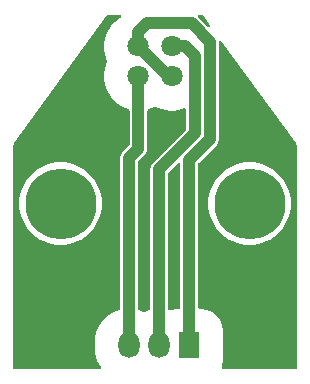
<source format=gbr>
G04 #@! TF.GenerationSoftware,KiCad,Pcbnew,8.0.6-1.fc40*
G04 #@! TF.CreationDate,2024-11-28T14:20:37+01:00*
G04 #@! TF.ProjectId,cny_but2,636e795f-6275-4743-922e-6b696361645f,rev?*
G04 #@! TF.SameCoordinates,Original*
G04 #@! TF.FileFunction,Copper,L2,Bot*
G04 #@! TF.FilePolarity,Positive*
%FSLAX46Y46*%
G04 Gerber Fmt 4.6, Leading zero omitted, Abs format (unit mm)*
G04 Created by KiCad (PCBNEW 8.0.6-1.fc40) date 2024-11-28 14:20:37*
%MOMM*%
%LPD*%
G01*
G04 APERTURE LIST*
G04 #@! TA.AperFunction,ComponentPad*
%ADD10C,1.800000*%
G04 #@! TD*
G04 #@! TA.AperFunction,ComponentPad*
%ADD11R,1.800000X2.200000*%
G04 #@! TD*
G04 #@! TA.AperFunction,ComponentPad*
%ADD12O,1.800000X2.200000*%
G04 #@! TD*
G04 #@! TA.AperFunction,ViaPad*
%ADD13C,6.000000*%
G04 #@! TD*
G04 #@! TA.AperFunction,Conductor*
%ADD14C,1.000000*%
G04 #@! TD*
G04 APERTURE END LIST*
D10*
X131600000Y-65700000D03*
X131600000Y-68240000D03*
X134400000Y-68240000D03*
X134400000Y-65700000D03*
D11*
X135880000Y-91000000D03*
D12*
X133340000Y-91000000D03*
X130800000Y-91000000D03*
D13*
X141000000Y-79000000D03*
X125000000Y-79000000D03*
D14*
X136100000Y-63740000D02*
X137650000Y-65290000D01*
X132300000Y-63740000D02*
X136100000Y-63740000D01*
X135900000Y-75307766D02*
X135900000Y-90980000D01*
X131600000Y-65700000D02*
X131600000Y-64440000D01*
X137650000Y-65290000D02*
X137650000Y-73557766D01*
X131600000Y-64440000D02*
X132300000Y-63740000D01*
X136400000Y-66540000D02*
X135560000Y-65700000D01*
X130800000Y-91000000D02*
X130800000Y-75140000D01*
X137650000Y-73557766D02*
X135900000Y-75307766D01*
X135900000Y-90980000D02*
X135880000Y-91000000D01*
X131600000Y-74340000D02*
X131600000Y-68240000D01*
X133340000Y-91000000D02*
X133340000Y-76100000D01*
X133340000Y-76100000D02*
X136400000Y-73040000D01*
X136400000Y-73040000D02*
X136400000Y-66540000D01*
X135560000Y-65700000D02*
X134400000Y-65700000D01*
X130800000Y-75140000D02*
X131600000Y-74340000D01*
X134400000Y-68240000D02*
X134140000Y-68240000D01*
X134140000Y-68240000D02*
X131600000Y-65700000D01*
G04 #@! TA.AperFunction,NonConductor*
G36*
X137003896Y-63019685D02*
G01*
X137037138Y-63051065D01*
X137605410Y-63832438D01*
X137613476Y-63843529D01*
X137636987Y-63909324D01*
X137621195Y-63977385D01*
X137571112Y-64026104D01*
X137502641Y-64040012D01*
X137437520Y-64014694D01*
X137425512Y-64004143D01*
X136633050Y-63211681D01*
X136599565Y-63150358D01*
X136604549Y-63080666D01*
X136646421Y-63024733D01*
X136711885Y-63000316D01*
X136720731Y-63000000D01*
X136936857Y-63000000D01*
X137003896Y-63019685D01*
G37*
G04 #@! TD.AperFunction*
G04 #@! TA.AperFunction,NonConductor*
G36*
X135068834Y-75535047D02*
G01*
X135124767Y-75576919D01*
X135149184Y-75642383D01*
X135149500Y-75651229D01*
X135149500Y-87775500D01*
X135129815Y-87842539D01*
X135077011Y-87888294D01*
X135025500Y-87899500D01*
X134908549Y-87899500D01*
X134694566Y-87914804D01*
X134414952Y-87975631D01*
X134280473Y-88025789D01*
X134210782Y-88030773D01*
X134196181Y-88026647D01*
X134173541Y-88018724D01*
X134116767Y-87978000D01*
X134091022Y-87913047D01*
X134090500Y-87901684D01*
X134090500Y-76462229D01*
X134110185Y-76395190D01*
X134126819Y-76374548D01*
X134937819Y-75563548D01*
X134999142Y-75530063D01*
X135068834Y-75535047D01*
G37*
G04 #@! TD.AperFunction*
G04 #@! TA.AperFunction,NonConductor*
G36*
X133055648Y-70810582D02*
G01*
X133249224Y-70907800D01*
X133566717Y-71023358D01*
X133895480Y-71101276D01*
X134231065Y-71140500D01*
X134231072Y-71140500D01*
X134568928Y-71140500D01*
X134568935Y-71140500D01*
X134904520Y-71101276D01*
X135233283Y-71023358D01*
X135483092Y-70932434D01*
X135552818Y-70928004D01*
X135613874Y-70961974D01*
X135646871Y-71023561D01*
X135649500Y-71048957D01*
X135649500Y-72677770D01*
X135629815Y-72744809D01*
X135613181Y-72765451D01*
X132757047Y-75621584D01*
X132757045Y-75621586D01*
X132729204Y-75663257D01*
X132729202Y-75663260D01*
X132674914Y-75744507D01*
X132618343Y-75881082D01*
X132618340Y-75881092D01*
X132589500Y-76026079D01*
X132589500Y-87901685D01*
X132569815Y-87968724D01*
X132517011Y-88014479D01*
X132506455Y-88018726D01*
X132228274Y-88116066D01*
X132123802Y-88166378D01*
X132054861Y-88177730D01*
X132016198Y-88166378D01*
X131911725Y-88116066D01*
X131633545Y-88018726D01*
X131576769Y-87978005D01*
X131551022Y-87913052D01*
X131550500Y-87901685D01*
X131550500Y-75502230D01*
X131570185Y-75435191D01*
X131586819Y-75414549D01*
X132182947Y-74818421D01*
X132182952Y-74818416D01*
X132245493Y-74724815D01*
X132265084Y-74695495D01*
X132321658Y-74558913D01*
X132350500Y-74413918D01*
X132350500Y-71140314D01*
X132370185Y-71073275D01*
X132422989Y-71027520D01*
X132432090Y-71023792D01*
X132433281Y-71023358D01*
X132433283Y-71023358D01*
X132750776Y-70907800D01*
X132944350Y-70810582D01*
X133013091Y-70798086D01*
X133055648Y-70810582D01*
G37*
G04 #@! TD.AperFunction*
G04 #@! TA.AperFunction,NonConductor*
G36*
X138605703Y-65213296D02*
G01*
X138624780Y-65234073D01*
X144936917Y-73913261D01*
X144976283Y-73967389D01*
X144999794Y-74033184D01*
X145000000Y-74040322D01*
X145000000Y-92876000D01*
X144980315Y-92943039D01*
X144927511Y-92988794D01*
X144876000Y-93000000D01*
X138758031Y-93000000D01*
X138690992Y-92980315D01*
X138645237Y-92927511D01*
X138635293Y-92858353D01*
X138641847Y-92832672D01*
X138704369Y-92665046D01*
X138765196Y-92385428D01*
X138780500Y-92171448D01*
X138780500Y-89828552D01*
X138765196Y-89614572D01*
X138704369Y-89334954D01*
X138604367Y-89066839D01*
X138467226Y-88815685D01*
X138467224Y-88815682D01*
X138295745Y-88586612D01*
X138295729Y-88586594D01*
X138093405Y-88384270D01*
X138093387Y-88384254D01*
X137864317Y-88212775D01*
X137864309Y-88212770D01*
X137613166Y-88075635D01*
X137613167Y-88075635D01*
X137433085Y-88008468D01*
X137345046Y-87975631D01*
X137345043Y-87975630D01*
X137345037Y-87975628D01*
X137065433Y-87914804D01*
X136851450Y-87899500D01*
X136851448Y-87899500D01*
X136774500Y-87899500D01*
X136707461Y-87879815D01*
X136661706Y-87827011D01*
X136650500Y-87775500D01*
X136650500Y-78999999D01*
X137486685Y-78999999D01*
X137486685Y-79000000D01*
X137505931Y-79367242D01*
X137563458Y-79730453D01*
X137563458Y-79730455D01*
X137658641Y-80085681D01*
X137790428Y-80428997D01*
X137957382Y-80756662D01*
X138157666Y-81065073D01*
X138157668Y-81065075D01*
X138389098Y-81350867D01*
X138649133Y-81610902D01*
X138649137Y-81610905D01*
X138934926Y-81842333D01*
X139243337Y-82042617D01*
X139243342Y-82042620D01*
X139571006Y-82209573D01*
X139914326Y-82341361D01*
X140269541Y-82436541D01*
X140632759Y-82494069D01*
X140979688Y-82512250D01*
X140999999Y-82513315D01*
X141000000Y-82513315D01*
X141000001Y-82513315D01*
X141019247Y-82512306D01*
X141367241Y-82494069D01*
X141730459Y-82436541D01*
X142085674Y-82341361D01*
X142428994Y-82209573D01*
X142756658Y-82042620D01*
X143065075Y-81842332D01*
X143350867Y-81610902D01*
X143610902Y-81350867D01*
X143842332Y-81065075D01*
X144042620Y-80756658D01*
X144209573Y-80428994D01*
X144341361Y-80085674D01*
X144436541Y-79730459D01*
X144494069Y-79367241D01*
X144513315Y-79000000D01*
X144494069Y-78632759D01*
X144436541Y-78269541D01*
X144341361Y-77914326D01*
X144209573Y-77571006D01*
X144042620Y-77243343D01*
X143842332Y-76934925D01*
X143610902Y-76649133D01*
X143350867Y-76389098D01*
X143065075Y-76157668D01*
X143065073Y-76157666D01*
X142756662Y-75957382D01*
X142428997Y-75790428D01*
X142085681Y-75658641D01*
X142085674Y-75658639D01*
X141730459Y-75563459D01*
X141730455Y-75563458D01*
X141730454Y-75563458D01*
X141367242Y-75505931D01*
X141000001Y-75486685D01*
X140999999Y-75486685D01*
X140632757Y-75505931D01*
X140269546Y-75563458D01*
X140269544Y-75563458D01*
X139914318Y-75658641D01*
X139571002Y-75790428D01*
X139243338Y-75957382D01*
X138934926Y-76157666D01*
X138649137Y-76389094D01*
X138649129Y-76389101D01*
X138389101Y-76649129D01*
X138389094Y-76649137D01*
X138157666Y-76934926D01*
X137957382Y-77243338D01*
X137790428Y-77571002D01*
X137658641Y-77914318D01*
X137563458Y-78269544D01*
X137563458Y-78269546D01*
X137505931Y-78632757D01*
X137486685Y-78999999D01*
X136650500Y-78999999D01*
X136650500Y-75669996D01*
X136670185Y-75602957D01*
X136686819Y-75582315D01*
X137450720Y-74818414D01*
X138232952Y-74036182D01*
X138282186Y-73962495D01*
X138315084Y-73913261D01*
X138338518Y-73856686D01*
X138371659Y-73776678D01*
X138400500Y-73631683D01*
X138400500Y-73483848D01*
X138400500Y-65307009D01*
X138420185Y-65239970D01*
X138472989Y-65194215D01*
X138542147Y-65184271D01*
X138605703Y-65213296D01*
G37*
G04 #@! TD.AperFunction*
G04 #@! TA.AperFunction,NonConductor*
G36*
X130079651Y-63019685D02*
G01*
X130125406Y-63072489D01*
X130135350Y-63141647D01*
X130106325Y-63205203D01*
X130080752Y-63227599D01*
X130030080Y-63260927D01*
X129865001Y-63369500D01*
X129606191Y-63586669D01*
X129606181Y-63586679D01*
X129374323Y-63832432D01*
X129374318Y-63832438D01*
X129172560Y-64103446D01*
X129003627Y-64396047D01*
X129003621Y-64396060D01*
X128869801Y-64706289D01*
X128772899Y-65029968D01*
X128772896Y-65029982D01*
X128714230Y-65362690D01*
X128714229Y-65362701D01*
X128694584Y-65699996D01*
X128694584Y-65700003D01*
X128714229Y-66037298D01*
X128714230Y-66037309D01*
X128772896Y-66370017D01*
X128772899Y-66370031D01*
X128869801Y-66693710D01*
X128967795Y-66920886D01*
X128976273Y-66990240D01*
X128967795Y-67019114D01*
X128869801Y-67246289D01*
X128772899Y-67569968D01*
X128772896Y-67569982D01*
X128714230Y-67902690D01*
X128714229Y-67902701D01*
X128694584Y-68239996D01*
X128694584Y-68240003D01*
X128714229Y-68577298D01*
X128714230Y-68577309D01*
X128772896Y-68910017D01*
X128772899Y-68910031D01*
X128869801Y-69233710D01*
X129003621Y-69543939D01*
X129003627Y-69543952D01*
X129172560Y-69836553D01*
X129374318Y-70107561D01*
X129374323Y-70107567D01*
X129494069Y-70234489D01*
X129606183Y-70353323D01*
X129606189Y-70353328D01*
X129606191Y-70353330D01*
X129865001Y-70570499D01*
X129865006Y-70570502D01*
X130147292Y-70756164D01*
X130449224Y-70907800D01*
X130766717Y-71023358D01*
X130766718Y-71023358D01*
X130767910Y-71023792D01*
X130824174Y-71065218D01*
X130849110Y-71130487D01*
X130849500Y-71140314D01*
X130849500Y-73977770D01*
X130829815Y-74044809D01*
X130813181Y-74065451D01*
X130217049Y-74661582D01*
X130217049Y-74661583D01*
X130194390Y-74695495D01*
X130134914Y-74784508D01*
X130078343Y-74921082D01*
X130078340Y-74921092D01*
X130049500Y-75066079D01*
X130049500Y-87901685D01*
X130029815Y-87968724D01*
X129977011Y-88014479D01*
X129966455Y-88018726D01*
X129688274Y-88116066D01*
X129394765Y-88257413D01*
X129118920Y-88430738D01*
X128864217Y-88633856D01*
X128633856Y-88864217D01*
X128430738Y-89118920D01*
X128257413Y-89394765D01*
X128116066Y-89688274D01*
X128008471Y-89995761D01*
X128008467Y-89995773D01*
X127935976Y-90313379D01*
X127935974Y-90313395D01*
X127899500Y-90637106D01*
X127899500Y-91362893D01*
X127935974Y-91686604D01*
X127935976Y-91686620D01*
X128008467Y-92004226D01*
X128008471Y-92004238D01*
X128116066Y-92311725D01*
X128257413Y-92605234D01*
X128386093Y-92810028D01*
X128405093Y-92877265D01*
X128384725Y-92944100D01*
X128331457Y-92989314D01*
X128281099Y-93000000D01*
X121124000Y-93000000D01*
X121056961Y-92980315D01*
X121011206Y-92927511D01*
X121000000Y-92876000D01*
X121000000Y-78999999D01*
X121486685Y-78999999D01*
X121486685Y-79000000D01*
X121505931Y-79367242D01*
X121563458Y-79730453D01*
X121563458Y-79730455D01*
X121658641Y-80085681D01*
X121790428Y-80428997D01*
X121957382Y-80756662D01*
X122157666Y-81065073D01*
X122157668Y-81065075D01*
X122389098Y-81350867D01*
X122649133Y-81610902D01*
X122649137Y-81610905D01*
X122934926Y-81842333D01*
X123243337Y-82042617D01*
X123243342Y-82042620D01*
X123571006Y-82209573D01*
X123914326Y-82341361D01*
X124269541Y-82436541D01*
X124632759Y-82494069D01*
X124979688Y-82512250D01*
X124999999Y-82513315D01*
X125000000Y-82513315D01*
X125000001Y-82513315D01*
X125019247Y-82512306D01*
X125367241Y-82494069D01*
X125730459Y-82436541D01*
X126085674Y-82341361D01*
X126428994Y-82209573D01*
X126756658Y-82042620D01*
X127065075Y-81842332D01*
X127350867Y-81610902D01*
X127610902Y-81350867D01*
X127842332Y-81065075D01*
X128042620Y-80756658D01*
X128209573Y-80428994D01*
X128341361Y-80085674D01*
X128436541Y-79730459D01*
X128494069Y-79367241D01*
X128513315Y-79000000D01*
X128494069Y-78632759D01*
X128436541Y-78269541D01*
X128341361Y-77914326D01*
X128209573Y-77571006D01*
X128042620Y-77243343D01*
X127842332Y-76934925D01*
X127610902Y-76649133D01*
X127350867Y-76389098D01*
X127065075Y-76157668D01*
X127065073Y-76157666D01*
X126756662Y-75957382D01*
X126428997Y-75790428D01*
X126085681Y-75658641D01*
X126085674Y-75658639D01*
X125730459Y-75563459D01*
X125730455Y-75563458D01*
X125730454Y-75563458D01*
X125367242Y-75505931D01*
X125000001Y-75486685D01*
X124999999Y-75486685D01*
X124632757Y-75505931D01*
X124269546Y-75563458D01*
X124269544Y-75563458D01*
X123914318Y-75658641D01*
X123571002Y-75790428D01*
X123243338Y-75957382D01*
X122934926Y-76157666D01*
X122649137Y-76389094D01*
X122649129Y-76389101D01*
X122389101Y-76649129D01*
X122389094Y-76649137D01*
X122157666Y-76934926D01*
X121957382Y-77243338D01*
X121790428Y-77571002D01*
X121658641Y-77914318D01*
X121563458Y-78269544D01*
X121563458Y-78269546D01*
X121505931Y-78632757D01*
X121486685Y-78999999D01*
X121000000Y-78999999D01*
X121000000Y-74040322D01*
X121019685Y-73973283D01*
X121023717Y-73967389D01*
X121063083Y-73913261D01*
X128962860Y-63051066D01*
X129018210Y-63008427D01*
X129063143Y-63000000D01*
X130012612Y-63000000D01*
X130079651Y-63019685D01*
G37*
G04 #@! TD.AperFunction*
M02*

</source>
